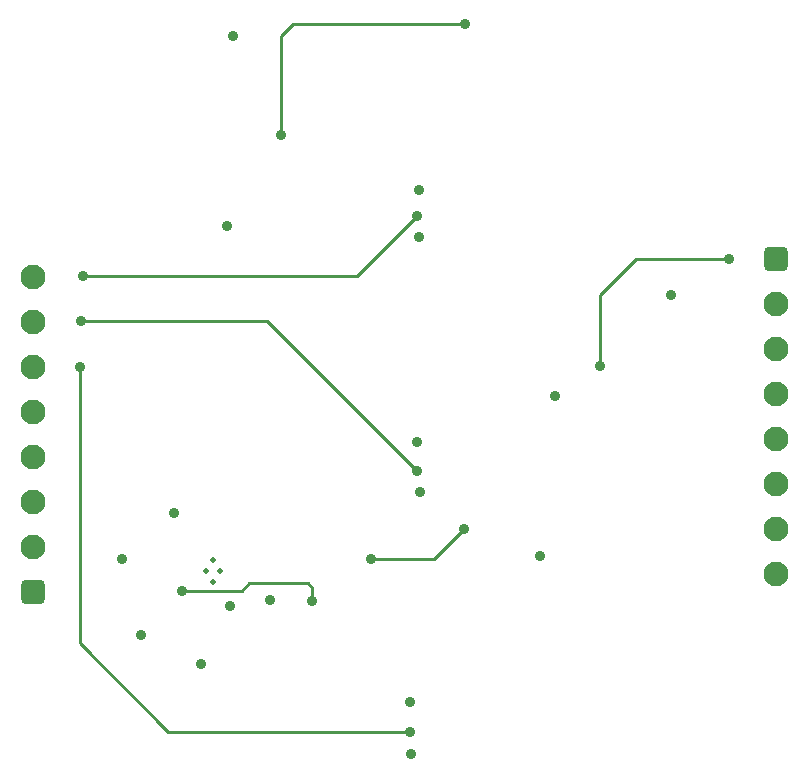
<source format=gbl>
G04*
G04 #@! TF.GenerationSoftware,Altium Limited,Altium Designer,24.9.1 (31)*
G04*
G04 Layer_Physical_Order=4*
G04 Layer_Color=16711680*
%FSLAX44Y44*%
%MOMM*%
G71*
G04*
G04 #@! TF.SameCoordinates,7BCCF8FC-808F-4AE3-87CD-6E5EF412D55E*
G04*
G04*
G04 #@! TF.FilePolarity,Positive*
G04*
G01*
G75*
%ADD13C,0.2540*%
%ADD42C,0.5080*%
%ADD43C,2.1000*%
G04:AMPARAMS|DCode=44|XSize=2.1mm|YSize=2.1mm|CornerRadius=0.525mm|HoleSize=0mm|Usage=FLASHONLY|Rotation=90.000|XOffset=0mm|YOffset=0mm|HoleType=Round|Shape=RoundedRectangle|*
%AMROUNDEDRECTD44*
21,1,2.1000,1.0500,0,0,90.0*
21,1,1.0500,2.1000,0,0,90.0*
1,1,1.0500,0.5250,0.5250*
1,1,1.0500,0.5250,-0.5250*
1,1,1.0500,-0.5250,-0.5250*
1,1,1.0500,-0.5250,0.5250*
%
%ADD44ROUNDEDRECTD44*%
%ADD45C,0.8890*%
D13*
X262890Y181610D02*
X313914D01*
X320264Y187960D01*
X369570D01*
X373380Y184150D01*
Y172720D02*
Y184150D01*
X422910Y208280D02*
X476250D01*
X501561Y233591D02*
X501650D01*
X476250Y208280D02*
X501561Y233591D01*
X176530Y137160D02*
X251460Y62230D01*
X455930D01*
X176530Y137160D02*
Y370840D01*
X335280Y410210D02*
X462280Y283210D01*
X179070Y448310D02*
X411480D01*
X462280Y499110D01*
X177800Y410210D02*
X335280D01*
X356870Y661670D02*
X502920D01*
X346710Y651510D02*
X356870Y661670D01*
X346710Y567690D02*
Y651510D01*
X617220Y431800D02*
X647700Y462280D01*
X726440D01*
X617220Y372110D02*
Y431800D01*
D42*
X295310Y198120D02*
D03*
X283810D02*
D03*
X289560Y188620D02*
D03*
Y207620D02*
D03*
D43*
X137160Y447040D02*
D03*
Y408940D02*
D03*
Y370840D02*
D03*
Y256540D02*
D03*
Y218440D02*
D03*
Y294640D02*
D03*
Y332740D02*
D03*
X765810Y195580D02*
D03*
Y233680D02*
D03*
Y271780D02*
D03*
Y386080D02*
D03*
Y424180D02*
D03*
Y347980D02*
D03*
Y309880D02*
D03*
D44*
X137160Y180340D02*
D03*
X765810Y462280D02*
D03*
D45*
X212090Y208280D02*
D03*
X422910D02*
D03*
X256540Y247650D02*
D03*
X373380Y172720D02*
D03*
X337820Y173990D02*
D03*
X303530Y168910D02*
D03*
X262890Y181610D02*
D03*
X462280Y307340D02*
D03*
X455930Y62230D02*
D03*
X462280Y283210D02*
D03*
Y499110D02*
D03*
X179070Y448310D02*
D03*
X177800Y410210D02*
D03*
X300990Y490220D02*
D03*
X457200Y43180D02*
D03*
X176530Y370840D02*
D03*
X502920Y661670D02*
D03*
X346710Y567690D02*
D03*
X463550Y520700D02*
D03*
X455930Y87630D02*
D03*
X726440Y462280D02*
D03*
X617220Y372110D02*
D03*
X579120Y346710D02*
D03*
X676910Y431800D02*
D03*
X306070Y651510D02*
D03*
X463550Y481330D02*
D03*
X464820Y265430D02*
D03*
X566420Y210820D02*
D03*
X501650Y233591D02*
D03*
X228524Y144453D02*
D03*
X279400Y119380D02*
D03*
M02*

</source>
